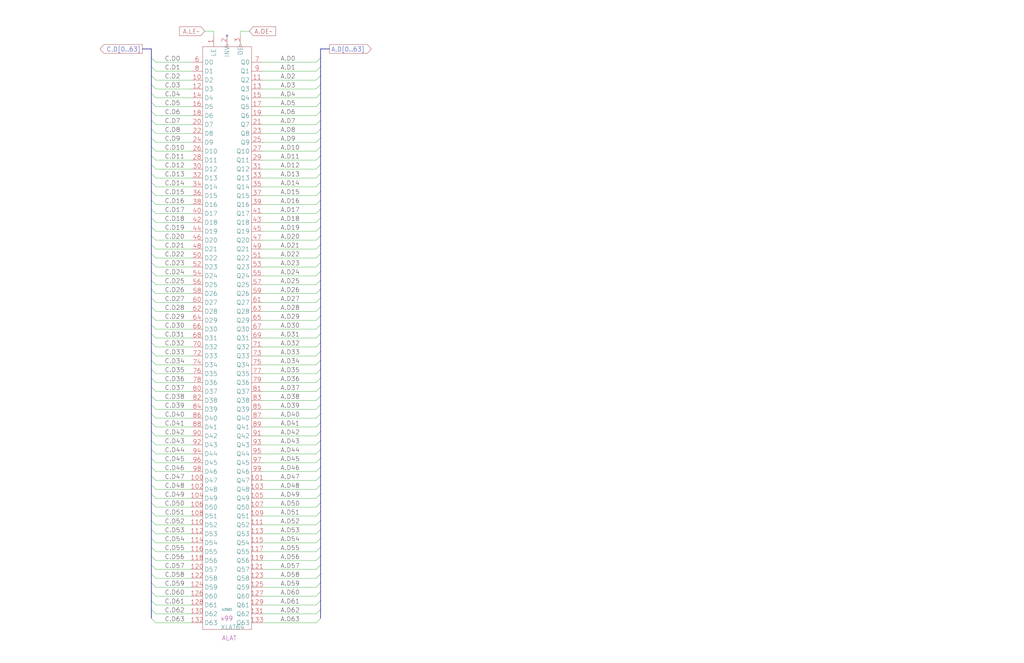
<source format=kicad_sch>
(kicad_sch (version 20211123) (generator eeschema)
  (paper "User" 584.2 378.46)
  (title_block (title "A LATCH") (date "22-MAR-90") (rev "1.0") (comment 1 "VALUE") (comment 2 "232-003063") (comment 3 "S400") (comment 4 "RELEASED"))
  (lib_symbols
    (symbol "r1000:XLAT64" (pin_names (offset 1.016))
      (property "Reference" "U" (at 2.54 5.08 0))
      (property "Value" "XLAT64" (at -1.27 -5.08 0))
      (property "Location" "___" (at -1.27 0 0))
      (property "Name" "______" (at 3.81 -12.7 0))
      (symbol "XLAT64_1_1"
        (rectangle (start -11.43 326.39) (end 16.51 -6.35))
        (circle (center 2.54 327.025) (radius 0.635))
        (circle (center 10.16 327.025) (radius 0.635))
        (pin input line (at -5.08 332.74 270) (length 6.35) (name "LE") (number "1"))
        (pin input line (at -17.78 307.34 0) (length 6.35) (name "D2") (number "10"))
        (pin input line (at -17.78 78.74 0) (length 6.35) (name "D47") (number "100"))
        (pin tri_state line (at 22.86 78.74 180) (length 6.35) (name "Q47") (number "101"))
        (pin input line (at -17.78 73.66 0) (length 6.35) (name "D48") (number "102"))
        (pin tri_state line (at 22.86 73.66 180) (length 6.35) (name "Q48") (number "103"))
        (pin input line (at -17.78 68.58 0) (length 6.35) (name "D49") (number "104"))
        (pin tri_state line (at 22.86 68.58 180) (length 6.35) (name "Q49") (number "105"))
        (pin input line (at -17.78 63.5 0) (length 6.35) (name "D50") (number "106"))
        (pin tri_state line (at 22.86 63.5 180) (length 6.35) (name "Q50") (number "107"))
        (pin input line (at -17.78 58.42 0) (length 6.35) (name "D51") (number "108"))
        (pin tri_state line (at 22.86 58.42 180) (length 6.35) (name "Q51") (number "109"))
        (pin tri_state line (at 22.86 307.34 180) (length 6.35) (name "Q2") (number "11"))
        (pin input line (at -17.78 53.34 0) (length 6.35) (name "D52") (number "110"))
        (pin tri_state line (at 22.86 53.34 180) (length 6.35) (name "Q52") (number "111"))
        (pin input line (at -17.78 48.26 0) (length 6.35) (name "D53") (number "112"))
        (pin tri_state line (at 22.86 48.26 180) (length 6.35) (name "Q53") (number "113"))
        (pin input line (at -17.78 43.18 0) (length 6.35) (name "D54") (number "114"))
        (pin tri_state line (at 22.86 43.18 180) (length 6.35) (name "Q54") (number "115"))
        (pin input line (at -17.78 38.1 0) (length 6.35) (name "D55") (number "116"))
        (pin tri_state line (at 22.86 38.1 180) (length 6.35) (name "Q55") (number "117"))
        (pin input line (at -17.78 33.02 0) (length 6.35) (name "D56") (number "118"))
        (pin tri_state line (at 22.86 33.02 180) (length 6.35) (name "Q56") (number "119"))
        (pin input line (at -17.78 302.26 0) (length 6.35) (name "D3") (number "12"))
        (pin input line (at -17.78 27.94 0) (length 6.35) (name "D57") (number "120"))
        (pin tri_state line (at 22.86 27.94 180) (length 6.35) (name "Q57") (number "121"))
        (pin input line (at -17.78 22.86 0) (length 6.35) (name "D58") (number "122"))
        (pin tri_state line (at 22.86 22.86 180) (length 6.35) (name "Q58") (number "123"))
        (pin input line (at -17.78 17.78 0) (length 6.35) (name "D59") (number "124"))
        (pin tri_state line (at 22.86 17.78 180) (length 6.35) (name "Q59") (number "125"))
        (pin input line (at -17.78 12.7 0) (length 6.35) (name "D60") (number "126"))
        (pin tri_state line (at 22.86 12.7 180) (length 6.35) (name "Q60") (number "127"))
        (pin input line (at -17.78 7.62 0) (length 6.35) (name "D61") (number "128"))
        (pin tri_state line (at 22.86 7.62 180) (length 6.35) (name "Q61") (number "129"))
        (pin tri_state line (at 22.86 302.26 180) (length 6.35) (name "Q3") (number "13"))
        (pin input line (at -17.78 2.54 0) (length 6.35) (name "D62") (number "130"))
        (pin tri_state line (at 22.86 2.54 180) (length 6.35) (name "Q62") (number "131"))
        (pin input line (at -17.78 -2.54 0) (length 6.35) (name "D63") (number "132"))
        (pin tri_state line (at 22.86 -2.54 180) (length 6.35) (name "Q63") (number "133"))
        (pin input line (at -17.78 297.18 0) (length 6.35) (name "D4") (number "14"))
        (pin tri_state line (at 22.86 297.18 180) (length 6.35) (name "Q4") (number "15"))
        (pin input line (at -17.78 292.1 0) (length 6.35) (name "D5") (number "16"))
        (pin tri_state line (at 22.86 292.1 180) (length 6.35) (name "Q5") (number "17"))
        (pin input line (at -17.78 287.02 0) (length 6.35) (name "D6") (number "18"))
        (pin tri_state line (at 22.86 287.02 180) (length 6.35) (name "Q6") (number "19"))
        (pin input line (at 2.54 332.74 270) (length 5.08) (name "INV") (number "2"))
        (pin input line (at -17.78 281.94 0) (length 6.35) (name "D7") (number "20"))
        (pin tri_state line (at 22.86 281.94 180) (length 6.35) (name "Q7") (number "21"))
        (pin input line (at -17.78 276.86 0) (length 6.35) (name "D8") (number "22"))
        (pin tri_state line (at 22.86 276.86 180) (length 6.35) (name "Q8") (number "23"))
        (pin input line (at -17.78 271.78 0) (length 6.35) (name "D9") (number "24"))
        (pin tri_state line (at 22.86 271.78 180) (length 6.35) (name "Q9") (number "25"))
        (pin input line (at -17.78 266.7 0) (length 6.35) (name "D10") (number "26"))
        (pin tri_state line (at 22.86 266.7 180) (length 6.35) (name "Q10") (number "27"))
        (pin input line (at -17.78 261.62 0) (length 6.35) (name "D11") (number "28"))
        (pin tri_state line (at 22.86 261.62 180) (length 6.35) (name "Q11") (number "29"))
        (pin input line (at 10.16 332.74 270) (length 5.08) (name "OE") (number "3"))
        (pin input line (at -17.78 256.54 0) (length 6.35) (name "D12") (number "30"))
        (pin tri_state line (at 22.86 256.54 180) (length 6.35) (name "Q12") (number "31"))
        (pin input line (at -17.78 251.46 0) (length 6.35) (name "D13") (number "32"))
        (pin tri_state line (at 22.86 251.46 180) (length 6.35) (name "Q13") (number "33"))
        (pin input line (at -17.78 246.38 0) (length 6.35) (name "D14") (number "34"))
        (pin tri_state line (at 22.86 246.38 180) (length 6.35) (name "Q14") (number "35"))
        (pin input line (at -17.78 241.3 0) (length 6.35) (name "D15") (number "36"))
        (pin tri_state line (at 22.86 241.3 180) (length 6.35) (name "Q15") (number "37"))
        (pin input line (at -17.78 236.22 0) (length 6.35) (name "D16") (number "38"))
        (pin tri_state line (at 22.86 236.22 180) (length 6.35) (name "Q16") (number "39"))
        (pin input line (at -17.78 231.14 0) (length 6.35) (name "D17") (number "40"))
        (pin tri_state line (at 22.86 231.14 180) (length 6.35) (name "Q17") (number "41"))
        (pin input line (at -17.78 226.06 0) (length 6.35) (name "D18") (number "42"))
        (pin tri_state line (at 22.86 226.06 180) (length 6.35) (name "Q18") (number "43"))
        (pin input line (at -17.78 220.98 0) (length 6.35) (name "D19") (number "44"))
        (pin tri_state line (at 22.86 220.98 180) (length 6.35) (name "Q19") (number "45"))
        (pin input line (at -17.78 215.9 0) (length 6.35) (name "D20") (number "46"))
        (pin tri_state line (at 22.86 215.9 180) (length 6.35) (name "Q20") (number "47"))
        (pin input line (at -17.78 210.82 0) (length 6.35) (name "D21") (number "48"))
        (pin tri_state line (at 22.86 210.82 180) (length 6.35) (name "Q21") (number "49"))
        (pin input line (at -17.78 205.74 0) (length 6.35) (name "D22") (number "50"))
        (pin tri_state line (at 22.86 205.74 180) (length 6.35) (name "Q22") (number "51"))
        (pin input line (at -17.78 200.66 0) (length 6.35) (name "D23") (number "52"))
        (pin tri_state line (at 22.86 200.66 180) (length 6.35) (name "Q23") (number "53"))
        (pin input line (at -17.78 195.58 0) (length 6.35) (name "D24") (number "54"))
        (pin tri_state line (at 22.86 195.58 180) (length 6.35) (name "Q24") (number "55"))
        (pin input line (at -17.78 190.5 0) (length 6.35) (name "D25") (number "56"))
        (pin tri_state line (at 22.86 190.5 180) (length 6.35) (name "Q25") (number "57"))
        (pin input line (at -17.78 185.42 0) (length 6.35) (name "D26") (number "58"))
        (pin tri_state line (at 22.86 185.42 180) (length 6.35) (name "Q26") (number "59"))
        (pin input line (at -17.78 317.5 0) (length 6.35) (name "D0") (number "6"))
        (pin input line (at -17.78 180.34 0) (length 6.35) (name "D27") (number "60"))
        (pin tri_state line (at 22.86 180.34 180) (length 6.35) (name "Q27") (number "61"))
        (pin input line (at -17.78 175.26 0) (length 6.35) (name "D28") (number "62"))
        (pin tri_state line (at 22.86 175.26 180) (length 6.35) (name "Q28") (number "63"))
        (pin input line (at -17.78 170.18 0) (length 6.35) (name "D29") (number "64"))
        (pin tri_state line (at 22.86 170.18 180) (length 6.35) (name "Q29") (number "65"))
        (pin input line (at -17.78 165.1 0) (length 6.35) (name "D30") (number "66"))
        (pin tri_state line (at 22.86 165.1 180) (length 6.35) (name "Q30") (number "67"))
        (pin input line (at -17.78 160.02 0) (length 6.35) (name "D31") (number "68"))
        (pin tri_state line (at 22.86 160.02 180) (length 6.35) (name "Q31") (number "69"))
        (pin tri_state line (at 22.86 317.5 180) (length 6.35) (name "Q0") (number "7"))
        (pin input line (at -17.78 154.94 0) (length 6.35) (name "D32") (number "70"))
        (pin tri_state line (at 22.86 154.94 180) (length 6.35) (name "Q32") (number "71"))
        (pin input line (at -17.78 149.86 0) (length 6.35) (name "D33") (number "72"))
        (pin tri_state line (at 22.86 149.86 180) (length 6.35) (name "Q33") (number "73"))
        (pin input line (at -17.78 144.78 0) (length 6.35) (name "D34") (number "74"))
        (pin tri_state line (at 22.86 144.78 180) (length 6.35) (name "Q34") (number "75"))
        (pin input line (at -17.78 139.7 0) (length 6.35) (name "D35") (number "76"))
        (pin tri_state line (at 22.86 139.7 180) (length 6.35) (name "Q35") (number "77"))
        (pin input line (at -17.78 134.62 0) (length 6.35) (name "D36") (number "78"))
        (pin tri_state line (at 22.86 134.62 180) (length 6.35) (name "Q36") (number "79"))
        (pin input line (at -17.78 312.42 0) (length 6.35) (name "D1") (number "8"))
        (pin input line (at -17.78 129.54 0) (length 6.35) (name "D37") (number "80"))
        (pin tri_state line (at 22.86 129.54 180) (length 6.35) (name "Q37") (number "81"))
        (pin input line (at -17.78 124.46 0) (length 6.35) (name "D38") (number "82"))
        (pin tri_state line (at 22.86 124.46 180) (length 6.35) (name "Q38") (number "83"))
        (pin input line (at -17.78 119.38 0) (length 6.35) (name "D39") (number "84"))
        (pin tri_state line (at 22.86 119.38 180) (length 6.35) (name "Q39") (number "85"))
        (pin input line (at -17.78 114.3 0) (length 6.35) (name "D40") (number "86"))
        (pin tri_state line (at 22.86 114.3 180) (length 6.35) (name "Q40") (number "87"))
        (pin input line (at -17.78 109.22 0) (length 6.35) (name "D41") (number "88"))
        (pin tri_state line (at 22.86 109.22 180) (length 6.35) (name "Q41") (number "89"))
        (pin tri_state line (at 22.86 312.42 180) (length 6.35) (name "Q1") (number "9"))
        (pin input line (at -17.78 104.14 0) (length 6.35) (name "D42") (number "90"))
        (pin tri_state line (at 22.86 104.14 180) (length 6.35) (name "Q42") (number "91"))
        (pin input line (at -17.78 99.06 0) (length 6.35) (name "D43") (number "92"))
        (pin tri_state line (at 22.86 99.06 180) (length 6.35) (name "Q43") (number "93"))
        (pin input line (at -17.78 93.98 0) (length 6.35) (name "D44") (number "94"))
        (pin tri_state line (at 22.86 93.98 180) (length 6.35) (name "Q44") (number "95"))
        (pin input line (at -17.78 88.9 0) (length 6.35) (name "D45") (number "96"))
        (pin tri_state line (at 22.86 88.9 180) (length 6.35) (name "Q45") (number "97"))
        (pin input line (at -17.78 83.82 0) (length 6.35) (name "D46") (number "98"))
        (pin tri_state line (at 22.86 83.82 180) (length 6.35) (name "Q46") (number "99"))
      )
    )
  )
  (bus (pts (xy 182.88 104.14) (xy 182.88 109.22)))
  (bus (pts (xy 182.88 109.22) (xy 182.88 114.3)))
  (bus (pts (xy 182.88 114.3) (xy 182.88 119.38)))
  (bus (pts (xy 182.88 119.38) (xy 182.88 124.46)))
  (bus (pts (xy 182.88 124.46) (xy 182.88 129.54)))
  (bus (pts (xy 182.88 129.54) (xy 182.88 134.62)))
  (bus (pts (xy 182.88 134.62) (xy 182.88 139.7)))
  (bus (pts (xy 182.88 139.7) (xy 182.88 144.78)))
  (bus (pts (xy 182.88 144.78) (xy 182.88 149.86)))
  (bus (pts (xy 182.88 149.86) (xy 182.88 154.94)))
  (bus (pts (xy 182.88 154.94) (xy 182.88 160.02)))
  (bus (pts (xy 182.88 160.02) (xy 182.88 165.1)))
  (bus (pts (xy 182.88 165.1) (xy 182.88 170.18)))
  (bus (pts (xy 182.88 170.18) (xy 182.88 175.26)))
  (bus (pts (xy 182.88 175.26) (xy 182.88 180.34)))
  (bus (pts (xy 182.88 180.34) (xy 182.88 185.42)))
  (bus (pts (xy 182.88 185.42) (xy 182.88 190.5)))
  (bus (pts (xy 182.88 190.5) (xy 182.88 195.58)))
  (bus (pts (xy 182.88 195.58) (xy 182.88 200.66)))
  (bus (pts (xy 182.88 200.66) (xy 182.88 205.74)))
  (bus (pts (xy 182.88 205.74) (xy 182.88 210.82)))
  (bus (pts (xy 182.88 210.82) (xy 182.88 215.9)))
  (bus (pts (xy 182.88 215.9) (xy 182.88 220.98)))
  (bus (pts (xy 182.88 220.98) (xy 182.88 226.06)))
  (bus (pts (xy 182.88 226.06) (xy 182.88 231.14)))
  (bus (pts (xy 182.88 231.14) (xy 182.88 236.22)))
  (bus (pts (xy 182.88 236.22) (xy 182.88 241.3)))
  (bus (pts (xy 182.88 241.3) (xy 182.88 246.38)))
  (bus (pts (xy 182.88 246.38) (xy 182.88 251.46)))
  (bus (pts (xy 182.88 251.46) (xy 182.88 256.54)))
  (bus (pts (xy 182.88 256.54) (xy 182.88 261.62)))
  (bus (pts (xy 182.88 261.62) (xy 182.88 266.7)))
  (bus (pts (xy 182.88 266.7) (xy 182.88 271.78)))
  (bus (pts (xy 182.88 27.94) (xy 182.88 33.02)))
  (bus (pts (xy 182.88 271.78) (xy 182.88 276.86)))
  (bus (pts (xy 182.88 276.86) (xy 182.88 281.94)))
  (bus (pts (xy 182.88 281.94) (xy 182.88 287.02)))
  (bus (pts (xy 182.88 287.02) (xy 182.88 292.1)))
  (bus (pts (xy 182.88 292.1) (xy 182.88 297.18)))
  (bus (pts (xy 182.88 297.18) (xy 182.88 302.26)))
  (bus (pts (xy 182.88 302.26) (xy 182.88 307.34)))
  (bus (pts (xy 182.88 307.34) (xy 182.88 312.42)))
  (bus (pts (xy 182.88 312.42) (xy 182.88 317.5)))
  (bus (pts (xy 182.88 317.5) (xy 182.88 322.58)))
  (bus (pts (xy 182.88 322.58) (xy 182.88 327.66)))
  (bus (pts (xy 182.88 327.66) (xy 182.88 332.74)))
  (bus (pts (xy 182.88 33.02) (xy 182.88 38.1)))
  (bus (pts (xy 182.88 332.74) (xy 182.88 337.82)))
  (bus (pts (xy 182.88 337.82) (xy 182.88 342.9)))
  (bus (pts (xy 182.88 342.9) (xy 182.88 347.98)))
  (bus (pts (xy 182.88 347.98) (xy 182.88 353.06)))
  (bus (pts (xy 182.88 38.1) (xy 182.88 43.18)))
  (bus (pts (xy 182.88 43.18) (xy 182.88 48.26)))
  (bus (pts (xy 182.88 48.26) (xy 182.88 53.34)))
  (bus (pts (xy 182.88 53.34) (xy 182.88 58.42)))
  (bus (pts (xy 182.88 58.42) (xy 182.88 63.5)))
  (bus (pts (xy 182.88 63.5) (xy 182.88 68.58)))
  (bus (pts (xy 182.88 68.58) (xy 182.88 73.66)))
  (bus (pts (xy 182.88 73.66) (xy 182.88 78.74)))
  (bus (pts (xy 182.88 78.74) (xy 182.88 83.82)))
  (bus (pts (xy 182.88 83.82) (xy 182.88 88.9)))
  (bus (pts (xy 182.88 88.9) (xy 182.88 93.98)))
  (bus (pts (xy 182.88 93.98) (xy 182.88 99.06)))
  (bus (pts (xy 182.88 99.06) (xy 182.88 104.14)))
  (bus (pts (xy 187.96 27.94) (xy 182.88 27.94)))
  (bus (pts (xy 81.28 27.94) (xy 86.36 27.94)))
  (bus (pts (xy 86.36 104.14) (xy 86.36 109.22)))
  (bus (pts (xy 86.36 109.22) (xy 86.36 114.3)))
  (bus (pts (xy 86.36 114.3) (xy 86.36 119.38)))
  (bus (pts (xy 86.36 119.38) (xy 86.36 124.46)))
  (bus (pts (xy 86.36 124.46) (xy 86.36 129.54)))
  (bus (pts (xy 86.36 129.54) (xy 86.36 134.62)))
  (bus (pts (xy 86.36 134.62) (xy 86.36 139.7)))
  (bus (pts (xy 86.36 139.7) (xy 86.36 144.78)))
  (bus (pts (xy 86.36 144.78) (xy 86.36 149.86)))
  (bus (pts (xy 86.36 149.86) (xy 86.36 154.94)))
  (bus (pts (xy 86.36 154.94) (xy 86.36 160.02)))
  (bus (pts (xy 86.36 160.02) (xy 86.36 165.1)))
  (bus (pts (xy 86.36 165.1) (xy 86.36 170.18)))
  (bus (pts (xy 86.36 170.18) (xy 86.36 175.26)))
  (bus (pts (xy 86.36 175.26) (xy 86.36 180.34)))
  (bus (pts (xy 86.36 180.34) (xy 86.36 185.42)))
  (bus (pts (xy 86.36 185.42) (xy 86.36 190.5)))
  (bus (pts (xy 86.36 190.5) (xy 86.36 195.58)))
  (bus (pts (xy 86.36 195.58) (xy 86.36 200.66)))
  (bus (pts (xy 86.36 200.66) (xy 86.36 205.74)))
  (bus (pts (xy 86.36 205.74) (xy 86.36 210.82)))
  (bus (pts (xy 86.36 210.82) (xy 86.36 215.9)))
  (bus (pts (xy 86.36 215.9) (xy 86.36 220.98)))
  (bus (pts (xy 86.36 220.98) (xy 86.36 226.06)))
  (bus (pts (xy 86.36 226.06) (xy 86.36 231.14)))
  (bus (pts (xy 86.36 231.14) (xy 86.36 236.22)))
  (bus (pts (xy 86.36 236.22) (xy 86.36 241.3)))
  (bus (pts (xy 86.36 241.3) (xy 86.36 246.38)))
  (bus (pts (xy 86.36 246.38) (xy 86.36 251.46)))
  (bus (pts (xy 86.36 251.46) (xy 86.36 256.54)))
  (bus (pts (xy 86.36 256.54) (xy 86.36 261.62)))
  (bus (pts (xy 86.36 261.62) (xy 86.36 266.7)))
  (bus (pts (xy 86.36 266.7) (xy 86.36 271.78)))
  (bus (pts (xy 86.36 27.94) (xy 86.36 33.02)))
  (bus (pts (xy 86.36 271.78) (xy 86.36 276.86)))
  (bus (pts (xy 86.36 276.86) (xy 86.36 281.94)))
  (bus (pts (xy 86.36 281.94) (xy 86.36 287.02)))
  (bus (pts (xy 86.36 287.02) (xy 86.36 292.1)))
  (bus (pts (xy 86.36 292.1) (xy 86.36 297.18)))
  (bus (pts (xy 86.36 297.18) (xy 86.36 302.26)))
  (bus (pts (xy 86.36 302.26) (xy 86.36 307.34)))
  (bus (pts (xy 86.36 307.34) (xy 86.36 312.42)))
  (bus (pts (xy 86.36 312.42) (xy 86.36 317.5)))
  (bus (pts (xy 86.36 317.5) (xy 86.36 322.58)))
  (bus (pts (xy 86.36 322.58) (xy 86.36 327.66)))
  (bus (pts (xy 86.36 327.66) (xy 86.36 332.74)))
  (bus (pts (xy 86.36 33.02) (xy 86.36 38.1)))
  (bus (pts (xy 86.36 332.74) (xy 86.36 337.82)))
  (bus (pts (xy 86.36 337.82) (xy 86.36 342.9)))
  (bus (pts (xy 86.36 342.9) (xy 86.36 347.98)))
  (bus (pts (xy 86.36 347.98) (xy 86.36 353.06)))
  (bus (pts (xy 86.36 38.1) (xy 86.36 43.18)))
  (bus (pts (xy 86.36 43.18) (xy 86.36 48.26)))
  (bus (pts (xy 86.36 48.26) (xy 86.36 53.34)))
  (bus (pts (xy 86.36 53.34) (xy 86.36 58.42)))
  (bus (pts (xy 86.36 58.42) (xy 86.36 63.5)))
  (bus (pts (xy 86.36 63.5) (xy 86.36 68.58)))
  (bus (pts (xy 86.36 68.58) (xy 86.36 73.66)))
  (bus (pts (xy 86.36 73.66) (xy 86.36 78.74)))
  (bus (pts (xy 86.36 78.74) (xy 86.36 83.82)))
  (bus (pts (xy 86.36 83.82) (xy 86.36 88.9)))
  (bus (pts (xy 86.36 88.9) (xy 86.36 93.98)))
  (bus (pts (xy 86.36 93.98) (xy 86.36 99.06)))
  (bus (pts (xy 86.36 99.06) (xy 86.36 104.14)))
  (wire (pts (xy 109.22 101.6) (xy 88.9 101.6)))
  (wire (pts (xy 109.22 106.68) (xy 88.9 106.68)))
  (wire (pts (xy 109.22 111.76) (xy 88.9 111.76)))
  (wire (pts (xy 109.22 116.84) (xy 88.9 116.84)))
  (wire (pts (xy 109.22 121.92) (xy 88.9 121.92)))
  (wire (pts (xy 109.22 127) (xy 88.9 127)))
  (wire (pts (xy 109.22 132.08) (xy 88.9 132.08)))
  (wire (pts (xy 109.22 137.16) (xy 88.9 137.16)))
  (wire (pts (xy 109.22 142.24) (xy 88.9 142.24)))
  (wire (pts (xy 109.22 147.32) (xy 88.9 147.32)))
  (wire (pts (xy 109.22 152.4) (xy 88.9 152.4)))
  (wire (pts (xy 109.22 157.48) (xy 88.9 157.48)))
  (wire (pts (xy 109.22 162.56) (xy 88.9 162.56)))
  (wire (pts (xy 109.22 167.64) (xy 88.9 167.64)))
  (wire (pts (xy 109.22 172.72) (xy 88.9 172.72)))
  (wire (pts (xy 109.22 177.8) (xy 88.9 177.8)))
  (wire (pts (xy 109.22 182.88) (xy 88.9 182.88)))
  (wire (pts (xy 109.22 187.96) (xy 88.9 187.96)))
  (wire (pts (xy 109.22 193.04) (xy 88.9 193.04)))
  (wire (pts (xy 109.22 198.12) (xy 88.9 198.12)))
  (wire (pts (xy 109.22 203.2) (xy 88.9 203.2)))
  (wire (pts (xy 109.22 208.28) (xy 88.9 208.28)))
  (wire (pts (xy 109.22 213.36) (xy 88.9 213.36)))
  (wire (pts (xy 109.22 218.44) (xy 88.9 218.44)))
  (wire (pts (xy 109.22 223.52) (xy 88.9 223.52)))
  (wire (pts (xy 109.22 228.6) (xy 88.9 228.6)))
  (wire (pts (xy 109.22 233.68) (xy 88.9 233.68)))
  (wire (pts (xy 109.22 238.76) (xy 88.9 238.76)))
  (wire (pts (xy 109.22 243.84) (xy 88.9 243.84)))
  (wire (pts (xy 109.22 248.92) (xy 88.9 248.92)))
  (wire (pts (xy 109.22 254) (xy 88.9 254)))
  (wire (pts (xy 109.22 259.08) (xy 88.9 259.08)))
  (wire (pts (xy 109.22 264.16) (xy 88.9 264.16)))
  (wire (pts (xy 109.22 269.24) (xy 88.9 269.24)))
  (wire (pts (xy 109.22 274.32) (xy 88.9 274.32)))
  (wire (pts (xy 109.22 279.4) (xy 88.9 279.4)))
  (wire (pts (xy 109.22 284.48) (xy 88.9 284.48)))
  (wire (pts (xy 109.22 289.56) (xy 88.9 289.56)))
  (wire (pts (xy 109.22 294.64) (xy 88.9 294.64)))
  (wire (pts (xy 109.22 299.72) (xy 88.9 299.72)))
  (wire (pts (xy 109.22 304.8) (xy 88.9 304.8)))
  (wire (pts (xy 109.22 309.88) (xy 88.9 309.88)))
  (wire (pts (xy 109.22 314.96) (xy 88.9 314.96)))
  (wire (pts (xy 109.22 320.04) (xy 88.9 320.04)))
  (wire (pts (xy 109.22 325.12) (xy 88.9 325.12)))
  (wire (pts (xy 109.22 330.2) (xy 88.9 330.2)))
  (wire (pts (xy 109.22 335.28) (xy 88.9 335.28)))
  (wire (pts (xy 109.22 340.36) (xy 88.9 340.36)))
  (wire (pts (xy 109.22 345.44) (xy 88.9 345.44)))
  (wire (pts (xy 109.22 35.56) (xy 88.9 35.56)))
  (wire (pts (xy 109.22 350.52) (xy 88.9 350.52)))
  (wire (pts (xy 109.22 355.6) (xy 88.9 355.6)))
  (wire (pts (xy 109.22 40.64) (xy 88.9 40.64)))
  (wire (pts (xy 109.22 45.72) (xy 88.9 45.72)))
  (wire (pts (xy 109.22 50.8) (xy 88.9 50.8)))
  (wire (pts (xy 109.22 55.88) (xy 88.9 55.88)))
  (wire (pts (xy 109.22 60.96) (xy 88.9 60.96)))
  (wire (pts (xy 109.22 66.04) (xy 88.9 66.04)))
  (wire (pts (xy 109.22 71.12) (xy 88.9 71.12)))
  (wire (pts (xy 109.22 76.2) (xy 88.9 76.2)))
  (wire (pts (xy 109.22 81.28) (xy 88.9 81.28)))
  (wire (pts (xy 109.22 86.36) (xy 88.9 86.36)))
  (wire (pts (xy 109.22 91.44) (xy 88.9 91.44)))
  (wire (pts (xy 109.22 96.52) (xy 88.9 96.52)))
  (wire (pts (xy 116.84 17.78) (xy 121.92 17.78)))
  (wire (pts (xy 121.92 17.78) (xy 121.92 20.32)))
  (wire (pts (xy 137.16 17.78) (xy 137.16 20.32)))
  (wire (pts (xy 142.24 17.78) (xy 137.16 17.78)))
  (wire (pts (xy 149.86 101.6) (xy 180.34 101.6)))
  (wire (pts (xy 149.86 106.68) (xy 180.34 106.68)))
  (wire (pts (xy 149.86 111.76) (xy 180.34 111.76)))
  (wire (pts (xy 149.86 116.84) (xy 180.34 116.84)))
  (wire (pts (xy 149.86 121.92) (xy 180.34 121.92)))
  (wire (pts (xy 149.86 127) (xy 180.34 127)))
  (wire (pts (xy 149.86 132.08) (xy 180.34 132.08)))
  (wire (pts (xy 149.86 137.16) (xy 180.34 137.16)))
  (wire (pts (xy 149.86 142.24) (xy 180.34 142.24)))
  (wire (pts (xy 149.86 147.32) (xy 180.34 147.32)))
  (wire (pts (xy 149.86 152.4) (xy 180.34 152.4)))
  (wire (pts (xy 149.86 157.48) (xy 180.34 157.48)))
  (wire (pts (xy 149.86 162.56) (xy 180.34 162.56)))
  (wire (pts (xy 149.86 167.64) (xy 180.34 167.64)))
  (wire (pts (xy 149.86 172.72) (xy 180.34 172.72)))
  (wire (pts (xy 149.86 177.8) (xy 180.34 177.8)))
  (wire (pts (xy 149.86 182.88) (xy 180.34 182.88)))
  (wire (pts (xy 149.86 187.96) (xy 180.34 187.96)))
  (wire (pts (xy 149.86 193.04) (xy 180.34 193.04)))
  (wire (pts (xy 149.86 198.12) (xy 180.34 198.12)))
  (wire (pts (xy 149.86 203.2) (xy 180.34 203.2)))
  (wire (pts (xy 149.86 208.28) (xy 180.34 208.28)))
  (wire (pts (xy 149.86 213.36) (xy 180.34 213.36)))
  (wire (pts (xy 149.86 218.44) (xy 180.34 218.44)))
  (wire (pts (xy 149.86 223.52) (xy 180.34 223.52)))
  (wire (pts (xy 149.86 228.6) (xy 180.34 228.6)))
  (wire (pts (xy 149.86 233.68) (xy 180.34 233.68)))
  (wire (pts (xy 149.86 238.76) (xy 180.34 238.76)))
  (wire (pts (xy 149.86 243.84) (xy 180.34 243.84)))
  (wire (pts (xy 149.86 248.92) (xy 180.34 248.92)))
  (wire (pts (xy 149.86 254) (xy 180.34 254)))
  (wire (pts (xy 149.86 259.08) (xy 180.34 259.08)))
  (wire (pts (xy 149.86 264.16) (xy 180.34 264.16)))
  (wire (pts (xy 149.86 269.24) (xy 180.34 269.24)))
  (wire (pts (xy 149.86 274.32) (xy 180.34 274.32)))
  (wire (pts (xy 149.86 279.4) (xy 180.34 279.4)))
  (wire (pts (xy 149.86 284.48) (xy 180.34 284.48)))
  (wire (pts (xy 149.86 289.56) (xy 180.34 289.56)))
  (wire (pts (xy 149.86 294.64) (xy 180.34 294.64)))
  (wire (pts (xy 149.86 299.72) (xy 180.34 299.72)))
  (wire (pts (xy 149.86 304.8) (xy 180.34 304.8)))
  (wire (pts (xy 149.86 309.88) (xy 180.34 309.88)))
  (wire (pts (xy 149.86 314.96) (xy 180.34 314.96)))
  (wire (pts (xy 149.86 320.04) (xy 180.34 320.04)))
  (wire (pts (xy 149.86 325.12) (xy 180.34 325.12)))
  (wire (pts (xy 149.86 330.2) (xy 180.34 330.2)))
  (wire (pts (xy 149.86 335.28) (xy 180.34 335.28)))
  (wire (pts (xy 149.86 340.36) (xy 180.34 340.36)))
  (wire (pts (xy 149.86 345.44) (xy 180.34 345.44)))
  (wire (pts (xy 149.86 35.56) (xy 180.34 35.56)))
  (wire (pts (xy 149.86 350.52) (xy 180.34 350.52)))
  (wire (pts (xy 149.86 355.6) (xy 180.34 355.6)))
  (wire (pts (xy 149.86 40.64) (xy 180.34 40.64)))
  (wire (pts (xy 149.86 45.72) (xy 180.34 45.72)))
  (wire (pts (xy 149.86 50.8) (xy 180.34 50.8)))
  (wire (pts (xy 149.86 55.88) (xy 180.34 55.88)))
  (wire (pts (xy 149.86 60.96) (xy 180.34 60.96)))
  (wire (pts (xy 149.86 66.04) (xy 180.34 66.04)))
  (wire (pts (xy 149.86 71.12) (xy 180.34 71.12)))
  (wire (pts (xy 149.86 76.2) (xy 180.34 76.2)))
  (wire (pts (xy 149.86 81.28) (xy 180.34 81.28)))
  (wire (pts (xy 149.86 86.36) (xy 180.34 86.36)))
  (wire (pts (xy 149.86 91.44) (xy 180.34 91.44)))
  (wire (pts (xy 149.86 96.52) (xy 180.34 96.52)))
  (global_label "C.D[0..63]" (shape output) (at 81.28 27.94 180) (effects (font (size 2.54 2.54))) (property "Intersheet References" "${INTERSHEET_REFS}" (at 57.1016 27.7813 0) (effects (font (size 2.54 2.54)) (justify right))))
  (bus_entry (at 86.36 33.02) (size 2.54 2.54))
  (bus_entry (at 86.36 38.1) (size 2.54 2.54))
  (bus_entry (at 86.36 43.18) (size 2.54 2.54))
  (bus_entry (at 86.36 48.26) (size 2.54 2.54))
  (bus_entry (at 86.36 53.34) (size 2.54 2.54))
  (bus_entry (at 86.36 58.42) (size 2.54 2.54))
  (bus_entry (at 86.36 63.5) (size 2.54 2.54))
  (bus_entry (at 86.36 68.58) (size 2.54 2.54))
  (bus_entry (at 86.36 73.66) (size 2.54 2.54))
  (bus_entry (at 86.36 78.74) (size 2.54 2.54))
  (bus_entry (at 86.36 83.82) (size 2.54 2.54))
  (bus_entry (at 86.36 88.9) (size 2.54 2.54))
  (bus_entry (at 86.36 93.98) (size 2.54 2.54))
  (bus_entry (at 86.36 99.06) (size 2.54 2.54))
  (bus_entry (at 86.36 104.14) (size 2.54 2.54))
  (bus_entry (at 86.36 109.22) (size 2.54 2.54))
  (bus_entry (at 86.36 114.3) (size 2.54 2.54))
  (bus_entry (at 86.36 119.38) (size 2.54 2.54))
  (bus_entry (at 86.36 124.46) (size 2.54 2.54))
  (bus_entry (at 86.36 129.54) (size 2.54 2.54))
  (bus_entry (at 86.36 134.62) (size 2.54 2.54))
  (bus_entry (at 86.36 139.7) (size 2.54 2.54))
  (bus_entry (at 86.36 144.78) (size 2.54 2.54))
  (bus_entry (at 86.36 149.86) (size 2.54 2.54))
  (bus_entry (at 86.36 154.94) (size 2.54 2.54))
  (bus_entry (at 86.36 160.02) (size 2.54 2.54))
  (bus_entry (at 86.36 165.1) (size 2.54 2.54))
  (bus_entry (at 86.36 170.18) (size 2.54 2.54))
  (bus_entry (at 86.36 175.26) (size 2.54 2.54))
  (bus_entry (at 86.36 180.34) (size 2.54 2.54))
  (bus_entry (at 86.36 185.42) (size 2.54 2.54))
  (bus_entry (at 86.36 190.5) (size 2.54 2.54))
  (bus_entry (at 86.36 195.58) (size 2.54 2.54))
  (bus_entry (at 86.36 200.66) (size 2.54 2.54))
  (bus_entry (at 86.36 205.74) (size 2.54 2.54))
  (bus_entry (at 86.36 210.82) (size 2.54 2.54))
  (bus_entry (at 86.36 215.9) (size 2.54 2.54))
  (bus_entry (at 86.36 220.98) (size 2.54 2.54))
  (bus_entry (at 86.36 226.06) (size 2.54 2.54))
  (bus_entry (at 86.36 231.14) (size 2.54 2.54))
  (bus_entry (at 86.36 236.22) (size 2.54 2.54))
  (bus_entry (at 86.36 241.3) (size 2.54 2.54))
  (bus_entry (at 86.36 246.38) (size 2.54 2.54))
  (bus_entry (at 86.36 251.46) (size 2.54 2.54))
  (bus_entry (at 86.36 256.54) (size 2.54 2.54))
  (bus_entry (at 86.36 261.62) (size 2.54 2.54))
  (bus_entry (at 86.36 266.7) (size 2.54 2.54))
  (bus_entry (at 86.36 271.78) (size 2.54 2.54))
  (bus_entry (at 86.36 276.86) (size 2.54 2.54))
  (bus_entry (at 86.36 281.94) (size 2.54 2.54))
  (bus_entry (at 86.36 287.02) (size 2.54 2.54))
  (bus_entry (at 86.36 292.1) (size 2.54 2.54))
  (bus_entry (at 86.36 297.18) (size 2.54 2.54))
  (bus_entry (at 86.36 302.26) (size 2.54 2.54))
  (bus_entry (at 86.36 307.34) (size 2.54 2.54))
  (bus_entry (at 86.36 312.42) (size 2.54 2.54))
  (bus_entry (at 86.36 317.5) (size 2.54 2.54))
  (bus_entry (at 86.36 322.58) (size 2.54 2.54))
  (bus_entry (at 86.36 327.66) (size 2.54 2.54))
  (bus_entry (at 86.36 332.74) (size 2.54 2.54))
  (bus_entry (at 86.36 337.82) (size 2.54 2.54))
  (bus_entry (at 86.36 342.9) (size 2.54 2.54))
  (bus_entry (at 86.36 347.98) (size 2.54 2.54))
  (bus_entry (at 86.36 353.06) (size 2.54 2.54))
  (label "C.D0" (at 93.98 35.56 0) (effects (font (size 2.54 2.54))))
  (label "C.D1" (at 93.98 40.64 0) (effects (font (size 2.54 2.54))))
  (label "C.D2" (at 93.98 45.72 0) (effects (font (size 2.54 2.54))))
  (label "C.D3" (at 93.98 50.8 0) (effects (font (size 2.54 2.54))))
  (label "C.D4" (at 93.98 55.88 0) (effects (font (size 2.54 2.54))))
  (label "C.D5" (at 93.98 60.96 0) (effects (font (size 2.54 2.54))))
  (label "C.D6" (at 93.98 66.04 0) (effects (font (size 2.54 2.54))))
  (label "C.D7" (at 93.98 71.12 0) (effects (font (size 2.54 2.54))))
  (label "C.D8" (at 93.98 76.2 0) (effects (font (size 2.54 2.54))))
  (label "C.D9" (at 93.98 81.28 0) (effects (font (size 2.54 2.54))))
  (label "C.D10" (at 93.98 86.36 0) (effects (font (size 2.54 2.54))))
  (label "C.D11" (at 93.98 91.44 0) (effects (font (size 2.54 2.54))))
  (label "C.D12" (at 93.98 96.52 0) (effects (font (size 2.54 2.54))))
  (label "C.D13" (at 93.98 101.6 0) (effects (font (size 2.54 2.54))))
  (label "C.D14" (at 93.98 106.68 0) (effects (font (size 2.54 2.54))))
  (label "C.D15" (at 93.98 111.76 0) (effects (font (size 2.54 2.54))))
  (label "C.D16" (at 93.98 116.84 0) (effects (font (size 2.54 2.54))))
  (label "C.D17" (at 93.98 121.92 0) (effects (font (size 2.54 2.54))))
  (label "C.D18" (at 93.98 127 0) (effects (font (size 2.54 2.54))))
  (label "C.D19" (at 93.98 132.08 0) (effects (font (size 2.54 2.54))))
  (label "C.D20" (at 93.98 137.16 0) (effects (font (size 2.54 2.54))))
  (label "C.D21" (at 93.98 142.24 0) (effects (font (size 2.54 2.54))))
  (label "C.D22" (at 93.98 147.32 0) (effects (font (size 2.54 2.54))))
  (label "C.D23" (at 93.98 152.4 0) (effects (font (size 2.54 2.54))))
  (label "C.D24" (at 93.98 157.48 0) (effects (font (size 2.54 2.54))))
  (label "C.D25" (at 93.98 162.56 0) (effects (font (size 2.54 2.54))))
  (label "C.D26" (at 93.98 167.64 0) (effects (font (size 2.54 2.54))))
  (label "C.D27" (at 93.98 172.72 0) (effects (font (size 2.54 2.54))))
  (label "C.D28" (at 93.98 177.8 0) (effects (font (size 2.54 2.54))))
  (label "C.D29" (at 93.98 182.88 0) (effects (font (size 2.54 2.54))))
  (label "C.D30" (at 93.98 187.96 0) (effects (font (size 2.54 2.54))))
  (label "C.D31" (at 93.98 193.04 0) (effects (font (size 2.54 2.54))))
  (label "C.D32" (at 93.98 198.12 0) (effects (font (size 2.54 2.54))))
  (label "C.D33" (at 93.98 203.2 0) (effects (font (size 2.54 2.54))))
  (label "C.D34" (at 93.98 208.28 0) (effects (font (size 2.54 2.54))))
  (label "C.D35" (at 93.98 213.36 0) (effects (font (size 2.54 2.54))))
  (label "C.D36" (at 93.98 218.44 0) (effects (font (size 2.54 2.54))))
  (label "C.D37" (at 93.98 223.52 0) (effects (font (size 2.54 2.54))))
  (label "C.D38" (at 93.98 228.6 0) (effects (font (size 2.54 2.54))))
  (label "C.D39" (at 93.98 233.68 0) (effects (font (size 2.54 2.54))))
  (label "C.D40" (at 93.98 238.76 0) (effects (font (size 2.54 2.54))))
  (label "C.D41" (at 93.98 243.84 0) (effects (font (size 2.54 2.54))))
  (label "C.D42" (at 93.98 248.92 0) (effects (font (size 2.54 2.54))))
  (label "C.D43" (at 93.98 254 0) (effects (font (size 2.54 2.54))))
  (label "C.D44" (at 93.98 259.08 0) (effects (font (size 2.54 2.54))))
  (label "C.D45" (at 93.98 264.16 0) (effects (font (size 2.54 2.54))))
  (label "C.D46" (at 93.98 269.24 0) (effects (font (size 2.54 2.54))))
  (label "C.D47" (at 93.98 274.32 0) (effects (font (size 2.54 2.54))))
  (label "C.D48" (at 93.98 279.4 0) (effects (font (size 2.54 2.54))))
  (label "C.D49" (at 93.98 284.48 0) (effects (font (size 2.54 2.54))))
  (label "C.D50" (at 93.98 289.56 0) (effects (font (size 2.54 2.54))))
  (label "C.D51" (at 93.98 294.64 0) (effects (font (size 2.54 2.54))))
  (label "C.D52" (at 93.98 299.72 0) (effects (font (size 2.54 2.54))))
  (label "C.D53" (at 93.98 304.8 0) (effects (font (size 2.54 2.54))))
  (label "C.D54" (at 93.98 309.88 0) (effects (font (size 2.54 2.54))))
  (label "C.D55" (at 93.98 314.96 0) (effects (font (size 2.54 2.54))))
  (label "C.D56" (at 93.98 320.04 0) (effects (font (size 2.54 2.54))))
  (label "C.D57" (at 93.98 325.12 0) (effects (font (size 2.54 2.54))))
  (label "C.D58" (at 93.98 330.2 0) (effects (font (size 2.54 2.54))))
  (label "C.D59" (at 93.98 335.28 0) (effects (font (size 2.54 2.54))))
  (label "C.D60" (at 93.98 340.36 0) (effects (font (size 2.54 2.54))))
  (label "C.D61" (at 93.98 345.44 0) (effects (font (size 2.54 2.54))))
  (label "C.D62" (at 93.98 350.52 0) (effects (font (size 2.54 2.54))))
  (label "C.D63" (at 93.98 355.6 0) (effects (font (size 2.54 2.54))))
  (global_label "A.LE~" (shape input) (at 116.84 17.78 180) (effects (font (size 2.54 2.54))) (property "Intersheet References" "${INTERSHEET_REFS}" (at 102.4588 17.6213 0) (effects (font (size 2.54 2.54)) (justify right))))
  (symbol (lib_id "r1000:XLAT64") (at 127 353.06 0) (unit 1)
    (property "Reference" "U2501" (at 129.54 347.98 0))
    (property "Value" "XLAT64" (at 125.73 358.14 0) (effects (font (size 2.54 2.54)) (justify left)))
    (property "Location" "x99" (at 125.73 353.06 0) (effects (font (size 2.54 2.54)) (justify left)))
    (property "Name" "ALAT" (at 130.81 365.76 0) (effects (font (size 2.54 2.54)) (justify bottom)))
  )
  (no_connect (at 129.54 20.32))
  (global_label "A.OE~" (shape input) (at 142.24 17.78 0) (effects (font (size 2.54 2.54))) (property "Intersheet References" "${INTERSHEET_REFS}" (at 157.226 17.6213 0) (effects (font (size 2.54 2.54)) (justify left))))
  (label "A.D0" (at 160.02 35.56 0) (effects (font (size 2.54 2.54))))
  (label "A.D1" (at 160.02 40.64 0) (effects (font (size 2.54 2.54))))
  (label "A.D2" (at 160.02 45.72 0) (effects (font (size 2.54 2.54))))
  (label "A.D3" (at 160.02 50.8 0) (effects (font (size 2.54 2.54))))
  (label "A.D4" (at 160.02 55.88 0) (effects (font (size 2.54 2.54))))
  (label "A.D5" (at 160.02 60.96 0) (effects (font (size 2.54 2.54))))
  (label "A.D6" (at 160.02 66.04 0) (effects (font (size 2.54 2.54))))
  (label "A.D7" (at 160.02 71.12 0) (effects (font (size 2.54 2.54))))
  (label "A.D8" (at 160.02 76.2 0) (effects (font (size 2.54 2.54))))
  (label "A.D9" (at 160.02 81.28 0) (effects (font (size 2.54 2.54))))
  (label "A.D10" (at 160.02 86.36 0) (effects (font (size 2.54 2.54))))
  (label "A.D11" (at 160.02 91.44 0) (effects (font (size 2.54 2.54))))
  (label "A.D12" (at 160.02 96.52 0) (effects (font (size 2.54 2.54))))
  (label "A.D13" (at 160.02 101.6 0) (effects (font (size 2.54 2.54))))
  (label "A.D14" (at 160.02 106.68 0) (effects (font (size 2.54 2.54))))
  (label "A.D15" (at 160.02 111.76 0) (effects (font (size 2.54 2.54))))
  (label "A.D16" (at 160.02 116.84 0) (effects (font (size 2.54 2.54))))
  (label "A.D17" (at 160.02 121.92 0) (effects (font (size 2.54 2.54))))
  (label "A.D18" (at 160.02 127 0) (effects (font (size 2.54 2.54))))
  (label "A.D19" (at 160.02 132.08 0) (effects (font (size 2.54 2.54))))
  (label "A.D20" (at 160.02 137.16 0) (effects (font (size 2.54 2.54))))
  (label "A.D21" (at 160.02 142.24 0) (effects (font (size 2.54 2.54))))
  (label "A.D22" (at 160.02 147.32 0) (effects (font (size 2.54 2.54))))
  (label "A.D23" (at 160.02 152.4 0) (effects (font (size 2.54 2.54))))
  (label "A.D24" (at 160.02 157.48 0) (effects (font (size 2.54 2.54))))
  (label "A.D25" (at 160.02 162.56 0) (effects (font (size 2.54 2.54))))
  (label "A.D26" (at 160.02 167.64 0) (effects (font (size 2.54 2.54))))
  (label "A.D27" (at 160.02 172.72 0) (effects (font (size 2.54 2.54))))
  (label "A.D28" (at 160.02 177.8 0) (effects (font (size 2.54 2.54))))
  (label "A.D29" (at 160.02 182.88 0) (effects (font (size 2.54 2.54))))
  (label "A.D30" (at 160.02 187.96 0) (effects (font (size 2.54 2.54))))
  (label "A.D31" (at 160.02 193.04 0) (effects (font (size 2.54 2.54))))
  (label "A.D32" (at 160.02 198.12 0) (effects (font (size 2.54 2.54))))
  (label "A.D33" (at 160.02 203.2 0) (effects (font (size 2.54 2.54))))
  (label "A.D34" (at 160.02 208.28 0) (effects (font (size 2.54 2.54))))
  (label "A.D35" (at 160.02 213.36 0) (effects (font (size 2.54 2.54))))
  (label "A.D36" (at 160.02 218.44 0) (effects (font (size 2.54 2.54))))
  (label "A.D37" (at 160.02 223.52 0) (effects (font (size 2.54 2.54))))
  (label "A.D38" (at 160.02 228.6 0) (effects (font (size 2.54 2.54))))
  (label "A.D39" (at 160.02 233.68 0) (effects (font (size 2.54 2.54))))
  (label "A.D40" (at 160.02 238.76 0) (effects (font (size 2.54 2.54))))
  (label "A.D41" (at 160.02 243.84 0) (effects (font (size 2.54 2.54))))
  (label "A.D42" (at 160.02 248.92 0) (effects (font (size 2.54 2.54))))
  (label "A.D43" (at 160.02 254 0) (effects (font (size 2.54 2.54))))
  (label "A.D44" (at 160.02 259.08 0) (effects (font (size 2.54 2.54))))
  (label "A.D45" (at 160.02 264.16 0) (effects (font (size 2.54 2.54))))
  (label "A.D46" (at 160.02 269.24 0) (effects (font (size 2.54 2.54))))
  (label "A.D47" (at 160.02 274.32 0) (effects (font (size 2.54 2.54))))
  (label "A.D48" (at 160.02 279.4 0) (effects (font (size 2.54 2.54))))
  (label "A.D49" (at 160.02 284.48 0) (effects (font (size 2.54 2.54))))
  (label "A.D50" (at 160.02 289.56 0) (effects (font (size 2.54 2.54))))
  (label "A.D51" (at 160.02 294.64 0) (effects (font (size 2.54 2.54))))
  (label "A.D52" (at 160.02 299.72 0) (effects (font (size 2.54 2.54))))
  (label "A.D53" (at 160.02 304.8 0) (effects (font (size 2.54 2.54))))
  (label "A.D54" (at 160.02 309.88 0) (effects (font (size 2.54 2.54))))
  (label "A.D55" (at 160.02 314.96 0) (effects (font (size 2.54 2.54))))
  (label "A.D56" (at 160.02 320.04 0) (effects (font (size 2.54 2.54))))
  (label "A.D57" (at 160.02 325.12 0) (effects (font (size 2.54 2.54))))
  (label "A.D58" (at 160.02 330.2 0) (effects (font (size 2.54 2.54))))
  (label "A.D59" (at 160.02 335.28 0) (effects (font (size 2.54 2.54))))
  (label "A.D60" (at 160.02 340.36 0) (effects (font (size 2.54 2.54))))
  (label "A.D61" (at 160.02 345.44 0) (effects (font (size 2.54 2.54))))
  (label "A.D62" (at 160.02 350.52 0) (effects (font (size 2.54 2.54))))
  (label "A.D63" (at 160.02 355.6 0) (effects (font (size 2.54 2.54))))
  (bus_entry (at 182.88 33.02) (size -2.54 2.54))
  (bus_entry (at 182.88 38.1) (size -2.54 2.54))
  (bus_entry (at 182.88 43.18) (size -2.54 2.54))
  (bus_entry (at 182.88 48.26) (size -2.54 2.54))
  (bus_entry (at 182.88 53.34) (size -2.54 2.54))
  (bus_entry (at 182.88 58.42) (size -2.54 2.54))
  (bus_entry (at 182.88 63.5) (size -2.54 2.54))
  (bus_entry (at 182.88 68.58) (size -2.54 2.54))
  (bus_entry (at 182.88 73.66) (size -2.54 2.54))
  (bus_entry (at 182.88 78.74) (size -2.54 2.54))
  (bus_entry (at 182.88 83.82) (size -2.54 2.54))
  (bus_entry (at 182.88 88.9) (size -2.54 2.54))
  (bus_entry (at 182.88 93.98) (size -2.54 2.54))
  (bus_entry (at 182.88 99.06) (size -2.54 2.54))
  (bus_entry (at 182.88 104.14) (size -2.54 2.54))
  (bus_entry (at 182.88 109.22) (size -2.54 2.54))
  (bus_entry (at 182.88 114.3) (size -2.54 2.54))
  (bus_entry (at 182.88 119.38) (size -2.54 2.54))
  (bus_entry (at 182.88 124.46) (size -2.54 2.54))
  (bus_entry (at 182.88 129.54) (size -2.54 2.54))
  (bus_entry (at 182.88 134.62) (size -2.54 2.54))
  (bus_entry (at 182.88 139.7) (size -2.54 2.54))
  (bus_entry (at 182.88 144.78) (size -2.54 2.54))
  (bus_entry (at 182.88 149.86) (size -2.54 2.54))
  (bus_entry (at 182.88 154.94) (size -2.54 2.54))
  (bus_entry (at 182.88 160.02) (size -2.54 2.54))
  (bus_entry (at 182.88 165.1) (size -2.54 2.54))
  (bus_entry (at 182.88 170.18) (size -2.54 2.54))
  (bus_entry (at 182.88 175.26) (size -2.54 2.54))
  (bus_entry (at 182.88 180.34) (size -2.54 2.54))
  (bus_entry (at 182.88 185.42) (size -2.54 2.54))
  (bus_entry (at 182.88 190.5) (size -2.54 2.54))
  (bus_entry (at 182.88 195.58) (size -2.54 2.54))
  (bus_entry (at 182.88 200.66) (size -2.54 2.54))
  (bus_entry (at 182.88 205.74) (size -2.54 2.54))
  (bus_entry (at 182.88 210.82) (size -2.54 2.54))
  (bus_entry (at 182.88 215.9) (size -2.54 2.54))
  (bus_entry (at 182.88 220.98) (size -2.54 2.54))
  (bus_entry (at 182.88 226.06) (size -2.54 2.54))
  (bus_entry (at 182.88 231.14) (size -2.54 2.54))
  (bus_entry (at 182.88 236.22) (size -2.54 2.54))
  (bus_entry (at 182.88 241.3) (size -2.54 2.54))
  (bus_entry (at 182.88 246.38) (size -2.54 2.54))
  (bus_entry (at 182.88 251.46) (size -2.54 2.54))
  (bus_entry (at 182.88 256.54) (size -2.54 2.54))
  (bus_entry (at 182.88 261.62) (size -2.54 2.54))
  (bus_entry (at 182.88 266.7) (size -2.54 2.54))
  (bus_entry (at 182.88 271.78) (size -2.54 2.54))
  (bus_entry (at 182.88 276.86) (size -2.54 2.54))
  (bus_entry (at 182.88 281.94) (size -2.54 2.54))
  (bus_entry (at 182.88 287.02) (size -2.54 2.54))
  (bus_entry (at 182.88 292.1) (size -2.54 2.54))
  (bus_entry (at 182.88 297.18) (size -2.54 2.54))
  (bus_entry (at 182.88 302.26) (size -2.54 2.54))
  (bus_entry (at 182.88 307.34) (size -2.54 2.54))
  (bus_entry (at 182.88 312.42) (size -2.54 2.54))
  (bus_entry (at 182.88 317.5) (size -2.54 2.54))
  (bus_entry (at 182.88 322.58) (size -2.54 2.54))
  (bus_entry (at 182.88 327.66) (size -2.54 2.54))
  (bus_entry (at 182.88 332.74) (size -2.54 2.54))
  (bus_entry (at 182.88 337.82) (size -2.54 2.54))
  (bus_entry (at 182.88 342.9) (size -2.54 2.54))
  (bus_entry (at 182.88 347.98) (size -2.54 2.54))
  (bus_entry (at 182.88 353.06) (size -2.54 2.54))
  (global_label "A.D[0..63]" (shape output) (at 187.96 27.94 0) (effects (font (size 2.54 2.54))) (property "Intersheet References" "${INTERSHEET_REFS}" (at 211.7755 27.7813 0) (effects (font (size 2.54 2.54)) (justify left))))
)
</source>
